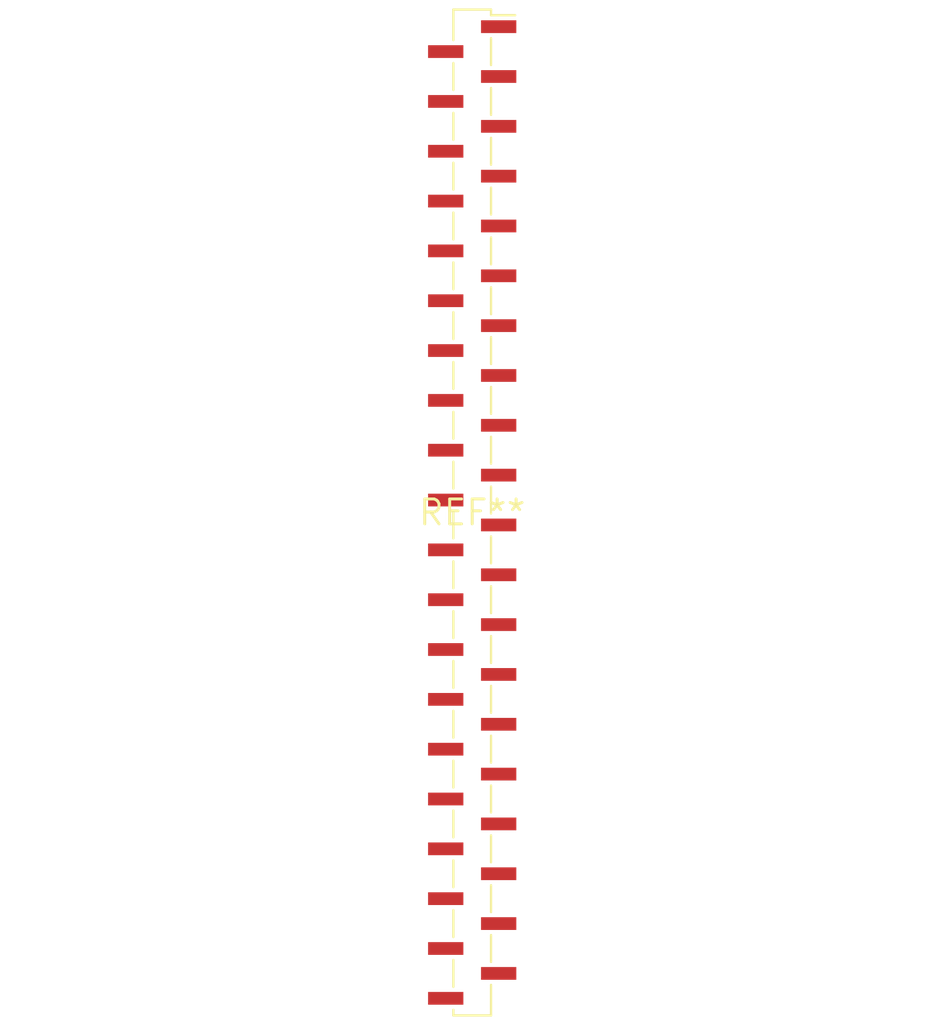
<source format=kicad_pcb>
(kicad_pcb (version 20240108) (generator pcbnew)
  (layers (0 "F.Cu" signal) (31 "B.Cu" signal) (34 "B.Paste" user) (35 "F.Paste" user) (36 "B.SilkS" user "B.Silkscreen") (37 "F.SilkS" user "F.Silkscreen") (38 "B.Mask" user) (39 "F.Mask" user) (44 "Edge.Cuts" user))
  (net 0 "")
  (footprint "PinSocket_1x40_P1.27mm_Vertical_SMD_Pin1Right" (layer "F.Cu") (at 0 0)
    (property "Reference" "REF**")
    (property "Value" "PinSocket_1x40_P1.27mm_Vertical_SMD_Pin1Right")
    (fp_line (start -0.96 -25.635) (end -0.96 -24.08) (layer "F.SilkS") (stroke (width 0.12)))
    (fp_line (start -0.96 -25.635) (end 0.96 -25.635) (layer "F.SilkS") (stroke (width 0.12)))
    (fp_line (start -0.96 -22.91) (end -0.96 -21.54) (layer "F.SilkS") (stroke (width 0.12)))
    (fp_line (start -0.96 -20.37) (end -0.96 -19) (layer "F.SilkS") (stroke (width 0.12)))
    (fp_line (start -0.96 -17.83) (end -0.96 -16.46) (layer "F.SilkS") (stroke (width 0.12)))
    (fp_line (start -0.96 -15.29) (end -0.96 -13.92) (layer "F.SilkS") (stroke (width 0.12)))
    (fp_line (start -0.96 -12.75) (end -0.96 -11.38) (layer "F.SilkS") (stroke (width 0.12)))
    (fp_line (start -0.96 -10.21) (end -0.96 -8.84) (layer "F.SilkS") (stroke (width 0.12)))
    (fp_line (start -0.96 -7.67) (end -0.96 -6.3) (layer "F.SilkS") (stroke (width 0.12)))
    (fp_line (start -0.96 -5.13) (end -0.96 -3.76) (layer "F.SilkS") (stroke (width 0.12)))
    (fp_line (start -0.96 -2.59) (end -0.96 -1.22) (layer "F.SilkS") (stroke (width 0.12)))
    (fp_line (start -0.96 -0.05) (end -0.96 1.32) (layer "F.SilkS") (stroke (width 0.12)))
    (fp_line (start -0.96 2.49) (end -0.96 3.86) (layer "F.SilkS") (stroke (width 0.12)))
    (fp_line (start -0.96 5.03) (end -0.96 6.4) (layer "F.SilkS") (stroke (width 0.12)))
    (fp_line (start -0.96 7.57) (end -0.96 8.94) (layer "F.SilkS") (stroke (width 0.12)))
    (fp_line (start -0.96 10.11) (end -0.96 11.48) (layer "F.SilkS") (stroke (width 0.12)))
    (fp_line (start -0.96 12.65) (end -0.96 14.02) (layer "F.SilkS") (stroke (width 0.12)))
    (fp_line (start -0.96 15.19) (end -0.96 16.56) (layer "F.SilkS") (stroke (width 0.12)))
    (fp_line (start -0.96 17.73) (end -0.96 19.1) (layer "F.SilkS") (stroke (width 0.12)))
    (fp_line (start -0.96 20.27) (end -0.96 21.64) (layer "F.SilkS") (stroke (width 0.12)))
    (fp_line (start -0.96 22.81) (end -0.96 24.18) (layer "F.SilkS") (stroke (width 0.12)))
    (fp_line (start -0.96 25.35) (end -0.96 25.635) (layer "F.SilkS") (stroke (width 0.12)))
    (fp_line (start -0.96 25.635) (end 0.96 25.635) (layer "F.SilkS") (stroke (width 0.12)))
    (fp_line (start 0.96 -25.635) (end 0.96 -25.35) (layer "F.SilkS") (stroke (width 0.12)))
    (fp_line (start 0.96 -25.35) (end 2.19 -25.35) (layer "F.SilkS") (stroke (width 0.12)))
    (fp_line (start 0.96 -24.18) (end 0.96 -22.81) (layer "F.SilkS") (stroke (width 0.12)))
    (fp_line (start 0.96 -21.64) (end 0.96 -20.27) (layer "F.SilkS") (stroke (width 0.12)))
    (fp_line (start 0.96 -19.1) (end 0.96 -17.73) (layer "F.SilkS") (stroke (width 0.12)))
    (fp_line (start 0.96 -16.56) (end 0.96 -15.19) (layer "F.SilkS") (stroke (width 0.12)))
    (fp_line (start 0.96 -14.02) (end 0.96 -12.65) (layer "F.SilkS") (stroke (width 0.12)))
    (fp_line (start 0.96 -11.48) (end 0.96 -10.11) (layer "F.SilkS") (stroke (width 0.12)))
    (fp_line (start 0.96 -8.94) (end 0.96 -7.57) (layer "F.SilkS") (stroke (width 0.12)))
    (fp_line (start 0.96 -6.4) (end 0.96 -5.03) (layer "F.SilkS") (stroke (width 0.12)))
    (fp_line (start 0.96 -3.86) (end 0.96 -2.49) (layer "F.SilkS") (stroke (width 0.12)))
    (fp_line (start 0.96 -1.32) (end 0.96 0.05) (layer "F.SilkS") (stroke (width 0.12)))
    (fp_line (start 0.96 1.22) (end 0.96 2.59) (layer "F.SilkS") (stroke (width 0.12)))
    (fp_line (start 0.96 3.76) (end 0.96 5.13) (layer "F.SilkS") (stroke (width 0.12)))
    (fp_line (start 0.96 6.3) (end 0.96 7.67) (layer "F.SilkS") (stroke (width 0.12)))
    (fp_line (start 0.96 8.84) (end 0.96 10.21) (layer "F.SilkS") (stroke (width 0.12)))
    (fp_line (start 0.96 11.38) (end 0.96 12.75) (layer "F.SilkS") (stroke (width 0.12)))
    (fp_line (start 0.96 13.92) (end 0.96 15.29) (layer "F.SilkS") (stroke (width 0.12)))
    (fp_line (start 0.96 16.46) (end 0.96 17.83) (layer "F.SilkS") (stroke (width 0.12)))
    (fp_line (start 0.96 19) (end 0.96 20.37) (layer "F.SilkS") (stroke (width 0.12)))
    (fp_line (start 0.96 21.54) (end 0.96 22.91) (layer "F.SilkS") (stroke (width 0.12)))
    (fp_line (start 0.96 24.08) (end 0.96 25.635) (layer "F.SilkS") (stroke (width 0.12)))
    (pad "1" smd rect (at 1.35 -24.765) (size 1.8 0.65) (layers "F.Cu" "F.Paste" "F.Mask"))
    (pad "2" smd rect (at -1.35 -23.495) (size 1.8 0.65) (layers "F.Cu" "F.Paste" "F.Mask"))
    (pad "3" smd rect (at 1.35 -22.225) (size 1.8 0.65) (layers "F.Cu" "F.Paste" "F.Mask"))
    (pad "4" smd rect (at -1.35 -20.955) (size 1.8 0.65) (layers "F.Cu" "F.Paste" "F.Mask"))
    (pad "5" smd rect (at 1.35 -19.685) (size 1.8 0.65) (layers "F.Cu" "F.Paste" "F.Mask"))
    (pad "6" smd rect (at -1.35 -18.415) (size 1.8 0.65) (layers "F.Cu" "F.Paste" "F.Mask"))
    (pad "7" smd rect (at 1.35 -17.145) (size 1.8 0.65) (layers "F.Cu" "F.Paste" "F.Mask"))
    (pad "8" smd rect (at -1.35 -15.875) (size 1.8 0.65) (layers "F.Cu" "F.Paste" "F.Mask"))
    (pad "9" smd rect (at 1.35 -14.605) (size 1.8 0.65) (layers "F.Cu" "F.Paste" "F.Mask"))
    (pad "10" smd rect (at -1.35 -13.335) (size 1.8 0.65) (layers "F.Cu" "F.Paste" "F.Mask"))
    (pad "11" smd rect (at 1.35 -12.065) (size 1.8 0.65) (layers "F.Cu" "F.Paste" "F.Mask"))
    (pad "12" smd rect (at -1.35 -10.795) (size 1.8 0.65) (layers "F.Cu" "F.Paste" "F.Mask"))
    (pad "13" smd rect (at 1.35 -9.525) (size 1.8 0.65) (layers "F.Cu" "F.Paste" "F.Mask"))
    (pad "14" smd rect (at -1.35 -8.255) (size 1.8 0.65) (layers "F.Cu" "F.Paste" "F.Mask"))
    (pad "15" smd rect (at 1.35 -6.985) (size 1.8 0.65) (layers "F.Cu" "F.Paste" "F.Mask"))
    (pad "16" smd rect (at -1.35 -5.715) (size 1.8 0.65) (layers "F.Cu" "F.Paste" "F.Mask"))
    (pad "17" smd rect (at 1.35 -4.445) (size 1.8 0.65) (layers "F.Cu" "F.Paste" "F.Mask"))
    (pad "18" smd rect (at -1.35 -3.175) (size 1.8 0.65) (layers "F.Cu" "F.Paste" "F.Mask"))
    (pad "19" smd rect (at 1.35 -1.905) (size 1.8 0.65) (layers "F.Cu" "F.Paste" "F.Mask"))
    (pad "20" smd rect (at -1.35 -0.635) (size 1.8 0.65) (layers "F.Cu" "F.Paste" "F.Mask"))
    (pad "21" smd rect (at 1.35 0.635) (size 1.8 0.65) (layers "F.Cu" "F.Paste" "F.Mask"))
    (pad "22" smd rect (at -1.35 1.905) (size 1.8 0.65) (layers "F.Cu" "F.Paste" "F.Mask"))
    (pad "23" smd rect (at 1.35 3.175) (size 1.8 0.65) (layers "F.Cu" "F.Paste" "F.Mask"))
    (pad "24" smd rect (at -1.35 4.445) (size 1.8 0.65) (layers "F.Cu" "F.Paste" "F.Mask"))
    (pad "25" smd rect (at 1.35 5.715) (size 1.8 0.65) (layers "F.Cu" "F.Paste" "F.Mask"))
    (pad "26" smd rect (at -1.35 6.985) (size 1.8 0.65) (layers "F.Cu" "F.Paste" "F.Mask"))
    (pad "27" smd rect (at 1.35 8.255) (size 1.8 0.65) (layers "F.Cu" "F.Paste" "F.Mask"))
    (pad "28" smd rect (at -1.35 9.525) (size 1.8 0.65) (layers "F.Cu" "F.Paste" "F.Mask"))
    (pad "29" smd rect (at 1.35 10.795) (size 1.8 0.65) (layers "F.Cu" "F.Paste" "F.Mask"))
    (pad "30" smd rect (at -1.35 12.065) (size 1.8 0.65) (layers "F.Cu" "F.Paste" "F.Mask"))
    (pad "31" smd rect (at 1.35 13.335) (size 1.8 0.65) (layers "F.Cu" "F.Paste" "F.Mask"))
    (pad "32" smd rect (at -1.35 14.605) (size 1.8 0.65) (layers "F.Cu" "F.Paste" "F.Mask"))
    (pad "33" smd rect (at 1.35 15.875) (size 1.8 0.65) (layers "F.Cu" "F.Paste" "F.Mask"))
    (pad "34" smd rect (at -1.35 17.145) (size 1.8 0.65) (layers "F.Cu" "F.Paste" "F.Mask"))
    (pad "35" smd rect (at 1.35 18.415) (size 1.8 0.65) (layers "F.Cu" "F.Paste" "F.Mask"))
    (pad "36" smd rect (at -1.35 19.685) (size 1.8 0.65) (layers "F.Cu" "F.Paste" "F.Mask"))
    (pad "37" smd rect (at 1.35 20.955) (size 1.8 0.65) (layers "F.Cu" "F.Paste" "F.Mask"))
    (pad "38" smd rect (at -1.35 22.225) (size 1.8 0.65) (layers "F.Cu" "F.Paste" "F.Mask"))
    (pad "39" smd rect (at 1.35 23.495) (size 1.8 0.65) (layers "F.Cu" "F.Paste" "F.Mask"))
    (pad "40" smd rect (at -1.35 24.765) (size 1.8 0.65) (layers "F.Cu" "F.Paste" "F.Mask"))
  )
)
</source>
